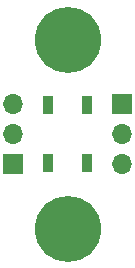
<source format=gbr>
%TF.GenerationSoftware,KiCad,Pcbnew,(6.0.9)*%
%TF.CreationDate,2023-01-06T09:26:06+01:00*%
%TF.ProjectId,WS2812B_Single_Dot,57533238-3132-4425-9f53-696e676c655f,rev?*%
%TF.SameCoordinates,Original*%
%TF.FileFunction,Soldermask,Top*%
%TF.FilePolarity,Negative*%
%FSLAX46Y46*%
G04 Gerber Fmt 4.6, Leading zero omitted, Abs format (unit mm)*
G04 Created by KiCad (PCBNEW (6.0.9)) date 2023-01-06 09:26:06*
%MOMM*%
%LPD*%
G01*
G04 APERTURE LIST*
%ADD10R,0.900000X1.500000*%
%ADD11C,5.600000*%
%ADD12R,1.700000X1.700000*%
%ADD13O,1.700000X1.700000*%
G04 APERTURE END LIST*
D10*
%TO.C,D1*%
X159750000Y-102650000D03*
X163050000Y-102650000D03*
X163050000Y-97750000D03*
X159750000Y-97750000D03*
%TD*%
D11*
%TO.C,REF\u002A\u002A*%
X161400000Y-92200000D03*
%TD*%
D12*
%TO.C,J1*%
X156800000Y-102740000D03*
D13*
X156800000Y-100200000D03*
X156800000Y-97660000D03*
%TD*%
D12*
%TO.C,J2*%
X166000000Y-97660000D03*
D13*
X166000000Y-100200000D03*
X166000000Y-102740000D03*
%TD*%
D11*
%TO.C,REF\u002A\u002A*%
X161400000Y-108200000D03*
%TD*%
M02*

</source>
